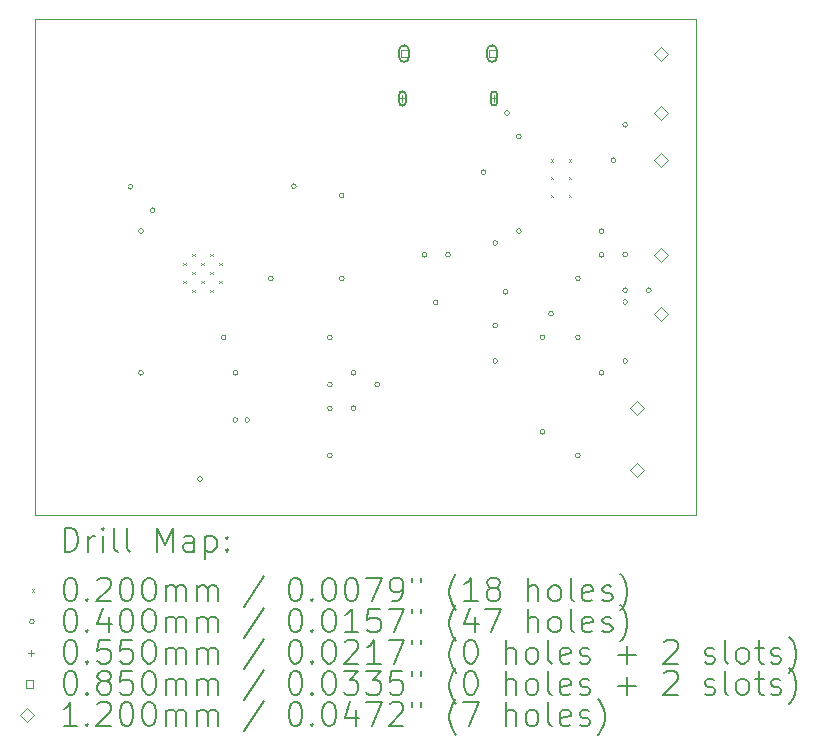
<source format=gbr>
%TF.GenerationSoftware,KiCad,Pcbnew,(6.0.9)*%
%TF.CreationDate,2022-12-05T14:11:39+01:00*%
%TF.ProjectId,PP,50502e6b-6963-4616-945f-706362585858,rev?*%
%TF.SameCoordinates,Original*%
%TF.FileFunction,Drillmap*%
%TF.FilePolarity,Positive*%
%FSLAX45Y45*%
G04 Gerber Fmt 4.5, Leading zero omitted, Abs format (unit mm)*
G04 Created by KiCad (PCBNEW (6.0.9)) date 2022-12-05 14:11:39*
%MOMM*%
%LPD*%
G01*
G04 APERTURE LIST*
%ADD10C,0.050000*%
%ADD11C,0.200000*%
%ADD12C,0.020000*%
%ADD13C,0.040000*%
%ADD14C,0.055000*%
%ADD15C,0.085000*%
%ADD16C,0.120000*%
G04 APERTURE END LIST*
D10*
X9400000Y-4300000D02*
X15000000Y-4300000D01*
X15000000Y-4300000D02*
X15000000Y-8500000D01*
X15000000Y-8500000D02*
X9400000Y-8500000D01*
X9400000Y-8500000D02*
X9400000Y-4300000D01*
D11*
D12*
X10658000Y-6370750D02*
X10678000Y-6390750D01*
X10678000Y-6370750D02*
X10658000Y-6390750D01*
X10658000Y-6523250D02*
X10678000Y-6543250D01*
X10678000Y-6523250D02*
X10658000Y-6543250D01*
X10734250Y-6294500D02*
X10754250Y-6314500D01*
X10754250Y-6294500D02*
X10734250Y-6314500D01*
X10734250Y-6447000D02*
X10754250Y-6467000D01*
X10754250Y-6447000D02*
X10734250Y-6467000D01*
X10734250Y-6599500D02*
X10754250Y-6619500D01*
X10754250Y-6599500D02*
X10734250Y-6619500D01*
X10810500Y-6370750D02*
X10830500Y-6390750D01*
X10830500Y-6370750D02*
X10810500Y-6390750D01*
X10810500Y-6523250D02*
X10830500Y-6543250D01*
X10830500Y-6523250D02*
X10810500Y-6543250D01*
X10886750Y-6294500D02*
X10906750Y-6314500D01*
X10906750Y-6294500D02*
X10886750Y-6314500D01*
X10886750Y-6447000D02*
X10906750Y-6467000D01*
X10906750Y-6447000D02*
X10886750Y-6467000D01*
X10886750Y-6599500D02*
X10906750Y-6619500D01*
X10906750Y-6599500D02*
X10886750Y-6619500D01*
X10963000Y-6370750D02*
X10983000Y-6390750D01*
X10983000Y-6370750D02*
X10963000Y-6390750D01*
X10963000Y-6523250D02*
X10983000Y-6543250D01*
X10983000Y-6523250D02*
X10963000Y-6543250D01*
X13772000Y-5491500D02*
X13792000Y-5511500D01*
X13792000Y-5491500D02*
X13772000Y-5511500D01*
X13772000Y-5641500D02*
X13792000Y-5661500D01*
X13792000Y-5641500D02*
X13772000Y-5661500D01*
X13772000Y-5791500D02*
X13792000Y-5811500D01*
X13792000Y-5791500D02*
X13772000Y-5811500D01*
X13922000Y-5491500D02*
X13942000Y-5511500D01*
X13942000Y-5491500D02*
X13922000Y-5511500D01*
X13922000Y-5641500D02*
X13942000Y-5661500D01*
X13942000Y-5641500D02*
X13922000Y-5661500D01*
X13922000Y-5791500D02*
X13942000Y-5811500D01*
X13942000Y-5791500D02*
X13922000Y-5811500D01*
D13*
X10229619Y-5724810D02*
G75*
G03*
X10229619Y-5724810I-20000J0D01*
G01*
X10320000Y-6100000D02*
G75*
G03*
X10320000Y-6100000I-20000J0D01*
G01*
X10320000Y-7300000D02*
G75*
G03*
X10320000Y-7300000I-20000J0D01*
G01*
X10420000Y-5922450D02*
G75*
G03*
X10420000Y-5922450I-20000J0D01*
G01*
X10820000Y-8200000D02*
G75*
G03*
X10820000Y-8200000I-20000J0D01*
G01*
X11020000Y-7000000D02*
G75*
G03*
X11020000Y-7000000I-20000J0D01*
G01*
X11118770Y-7698770D02*
G75*
G03*
X11118770Y-7698770I-20000J0D01*
G01*
X11120000Y-7300000D02*
G75*
G03*
X11120000Y-7300000I-20000J0D01*
G01*
X11220000Y-7700000D02*
G75*
G03*
X11220000Y-7700000I-20000J0D01*
G01*
X11420000Y-6500000D02*
G75*
G03*
X11420000Y-6500000I-20000J0D01*
G01*
X11614781Y-5719800D02*
G75*
G03*
X11614781Y-5719800I-20000J0D01*
G01*
X11920000Y-7000000D02*
G75*
G03*
X11920000Y-7000000I-20000J0D01*
G01*
X11920000Y-7400000D02*
G75*
G03*
X11920000Y-7400000I-20000J0D01*
G01*
X11920000Y-7600000D02*
G75*
G03*
X11920000Y-7600000I-20000J0D01*
G01*
X11920000Y-8000000D02*
G75*
G03*
X11920000Y-8000000I-20000J0D01*
G01*
X12020000Y-5800000D02*
G75*
G03*
X12020000Y-5800000I-20000J0D01*
G01*
X12020000Y-6500000D02*
G75*
G03*
X12020000Y-6500000I-20000J0D01*
G01*
X12120000Y-7300000D02*
G75*
G03*
X12120000Y-7300000I-20000J0D01*
G01*
X12120000Y-7600000D02*
G75*
G03*
X12120000Y-7600000I-20000J0D01*
G01*
X12320000Y-7400000D02*
G75*
G03*
X12320000Y-7400000I-20000J0D01*
G01*
X12720000Y-6300000D02*
G75*
G03*
X12720000Y-6300000I-20000J0D01*
G01*
X12814879Y-6705121D02*
G75*
G03*
X12814879Y-6705121I-20000J0D01*
G01*
X12920000Y-6300000D02*
G75*
G03*
X12920000Y-6300000I-20000J0D01*
G01*
X13220000Y-5600000D02*
G75*
G03*
X13220000Y-5600000I-20000J0D01*
G01*
X13320000Y-6200000D02*
G75*
G03*
X13320000Y-6200000I-20000J0D01*
G01*
X13320000Y-6900000D02*
G75*
G03*
X13320000Y-6900000I-20000J0D01*
G01*
X13320000Y-7200000D02*
G75*
G03*
X13320000Y-7200000I-20000J0D01*
G01*
X13405840Y-6614160D02*
G75*
G03*
X13405840Y-6614160I-20000J0D01*
G01*
X13420000Y-5100000D02*
G75*
G03*
X13420000Y-5100000I-20000J0D01*
G01*
X13520000Y-5300000D02*
G75*
G03*
X13520000Y-5300000I-20000J0D01*
G01*
X13520000Y-6100000D02*
G75*
G03*
X13520000Y-6100000I-20000J0D01*
G01*
X13720000Y-7000000D02*
G75*
G03*
X13720000Y-7000000I-20000J0D01*
G01*
X13720000Y-7800000D02*
G75*
G03*
X13720000Y-7800000I-20000J0D01*
G01*
X13792550Y-6800000D02*
G75*
G03*
X13792550Y-6800000I-20000J0D01*
G01*
X14020000Y-6500000D02*
G75*
G03*
X14020000Y-6500000I-20000J0D01*
G01*
X14020000Y-7000000D02*
G75*
G03*
X14020000Y-7000000I-20000J0D01*
G01*
X14020000Y-8000000D02*
G75*
G03*
X14020000Y-8000000I-20000J0D01*
G01*
X14220000Y-6100000D02*
G75*
G03*
X14220000Y-6100000I-20000J0D01*
G01*
X14220000Y-6300000D02*
G75*
G03*
X14220000Y-6300000I-20000J0D01*
G01*
X14220000Y-7300000D02*
G75*
G03*
X14220000Y-7300000I-20000J0D01*
G01*
X14320000Y-5500000D02*
G75*
G03*
X14320000Y-5500000I-20000J0D01*
G01*
X14420000Y-5200000D02*
G75*
G03*
X14420000Y-5200000I-20000J0D01*
G01*
X14420000Y-6300000D02*
G75*
G03*
X14420000Y-6300000I-20000J0D01*
G01*
X14420000Y-6600000D02*
G75*
G03*
X14420000Y-6600000I-20000J0D01*
G01*
X14420000Y-6700000D02*
G75*
G03*
X14420000Y-6700000I-20000J0D01*
G01*
X14420000Y-7200000D02*
G75*
G03*
X14420000Y-7200000I-20000J0D01*
G01*
X14620000Y-6600000D02*
G75*
G03*
X14620000Y-6600000I-20000J0D01*
G01*
D14*
X12513500Y-4949500D02*
X12513500Y-5004500D01*
X12486000Y-4977000D02*
X12541000Y-4977000D01*
D11*
X12486000Y-4944500D02*
X12486000Y-5009500D01*
X12541000Y-4944500D02*
X12541000Y-5009500D01*
X12486000Y-5009500D02*
G75*
G03*
X12541000Y-5009500I27500J0D01*
G01*
X12541000Y-4944500D02*
G75*
G03*
X12486000Y-4944500I-27500J0D01*
G01*
D14*
X13288500Y-4949500D02*
X13288500Y-5004500D01*
X13261000Y-4977000D02*
X13316000Y-4977000D01*
D11*
X13261000Y-4944500D02*
X13261000Y-5009500D01*
X13316000Y-4944500D02*
X13316000Y-5009500D01*
X13261000Y-5009500D02*
G75*
G03*
X13316000Y-5009500I27500J0D01*
G01*
X13316000Y-4944500D02*
G75*
G03*
X13261000Y-4944500I-27500J0D01*
G01*
D15*
X12558552Y-4627052D02*
X12558552Y-4566948D01*
X12498448Y-4566948D01*
X12498448Y-4627052D01*
X12558552Y-4627052D01*
D11*
X12486000Y-4569500D02*
X12486000Y-4624500D01*
X12571000Y-4569500D02*
X12571000Y-4624500D01*
X12486000Y-4624500D02*
G75*
G03*
X12571000Y-4624500I42500J0D01*
G01*
X12571000Y-4569500D02*
G75*
G03*
X12486000Y-4569500I-42500J0D01*
G01*
D15*
X13303552Y-4627052D02*
X13303552Y-4566948D01*
X13243448Y-4566948D01*
X13243448Y-4627052D01*
X13303552Y-4627052D01*
D11*
X13231000Y-4569500D02*
X13231000Y-4624500D01*
X13316000Y-4569500D02*
X13316000Y-4624500D01*
X13231000Y-4624500D02*
G75*
G03*
X13316000Y-4624500I42500J0D01*
G01*
X13316000Y-4569500D02*
G75*
G03*
X13231000Y-4569500I-42500J0D01*
G01*
D16*
X14500000Y-7660000D02*
X14560000Y-7600000D01*
X14500000Y-7540000D01*
X14440000Y-7600000D01*
X14500000Y-7660000D01*
X14500000Y-8180000D02*
X14560000Y-8120000D01*
X14500000Y-8060000D01*
X14440000Y-8120000D01*
X14500000Y-8180000D01*
X14700000Y-4660000D02*
X14760000Y-4600000D01*
X14700000Y-4540000D01*
X14640000Y-4600000D01*
X14700000Y-4660000D01*
X14700000Y-5160000D02*
X14760000Y-5100000D01*
X14700000Y-5040000D01*
X14640000Y-5100000D01*
X14700000Y-5160000D01*
X14700000Y-5560000D02*
X14760000Y-5500000D01*
X14700000Y-5440000D01*
X14640000Y-5500000D01*
X14700000Y-5560000D01*
X14700000Y-6360000D02*
X14760000Y-6300000D01*
X14700000Y-6240000D01*
X14640000Y-6300000D01*
X14700000Y-6360000D01*
X14700000Y-6860000D02*
X14760000Y-6800000D01*
X14700000Y-6740000D01*
X14640000Y-6800000D01*
X14700000Y-6860000D01*
D11*
X9655119Y-8812976D02*
X9655119Y-8612976D01*
X9702738Y-8612976D01*
X9731310Y-8622500D01*
X9750357Y-8641548D01*
X9759881Y-8660595D01*
X9769405Y-8698690D01*
X9769405Y-8727262D01*
X9759881Y-8765357D01*
X9750357Y-8784405D01*
X9731310Y-8803452D01*
X9702738Y-8812976D01*
X9655119Y-8812976D01*
X9855119Y-8812976D02*
X9855119Y-8679643D01*
X9855119Y-8717738D02*
X9864643Y-8698690D01*
X9874167Y-8689167D01*
X9893214Y-8679643D01*
X9912262Y-8679643D01*
X9978929Y-8812976D02*
X9978929Y-8679643D01*
X9978929Y-8612976D02*
X9969405Y-8622500D01*
X9978929Y-8632024D01*
X9988452Y-8622500D01*
X9978929Y-8612976D01*
X9978929Y-8632024D01*
X10102738Y-8812976D02*
X10083690Y-8803452D01*
X10074167Y-8784405D01*
X10074167Y-8612976D01*
X10207500Y-8812976D02*
X10188452Y-8803452D01*
X10178929Y-8784405D01*
X10178929Y-8612976D01*
X10436071Y-8812976D02*
X10436071Y-8612976D01*
X10502738Y-8755833D01*
X10569405Y-8612976D01*
X10569405Y-8812976D01*
X10750357Y-8812976D02*
X10750357Y-8708214D01*
X10740833Y-8689167D01*
X10721786Y-8679643D01*
X10683690Y-8679643D01*
X10664643Y-8689167D01*
X10750357Y-8803452D02*
X10731310Y-8812976D01*
X10683690Y-8812976D01*
X10664643Y-8803452D01*
X10655119Y-8784405D01*
X10655119Y-8765357D01*
X10664643Y-8746310D01*
X10683690Y-8736786D01*
X10731310Y-8736786D01*
X10750357Y-8727262D01*
X10845595Y-8679643D02*
X10845595Y-8879643D01*
X10845595Y-8689167D02*
X10864643Y-8679643D01*
X10902738Y-8679643D01*
X10921786Y-8689167D01*
X10931310Y-8698690D01*
X10940833Y-8717738D01*
X10940833Y-8774881D01*
X10931310Y-8793929D01*
X10921786Y-8803452D01*
X10902738Y-8812976D01*
X10864643Y-8812976D01*
X10845595Y-8803452D01*
X11026548Y-8793929D02*
X11036071Y-8803452D01*
X11026548Y-8812976D01*
X11017024Y-8803452D01*
X11026548Y-8793929D01*
X11026548Y-8812976D01*
X11026548Y-8689167D02*
X11036071Y-8698690D01*
X11026548Y-8708214D01*
X11017024Y-8698690D01*
X11026548Y-8689167D01*
X11026548Y-8708214D01*
D12*
X9377500Y-9132500D02*
X9397500Y-9152500D01*
X9397500Y-9132500D02*
X9377500Y-9152500D01*
D11*
X9693214Y-9032976D02*
X9712262Y-9032976D01*
X9731310Y-9042500D01*
X9740833Y-9052024D01*
X9750357Y-9071071D01*
X9759881Y-9109167D01*
X9759881Y-9156786D01*
X9750357Y-9194881D01*
X9740833Y-9213929D01*
X9731310Y-9223452D01*
X9712262Y-9232976D01*
X9693214Y-9232976D01*
X9674167Y-9223452D01*
X9664643Y-9213929D01*
X9655119Y-9194881D01*
X9645595Y-9156786D01*
X9645595Y-9109167D01*
X9655119Y-9071071D01*
X9664643Y-9052024D01*
X9674167Y-9042500D01*
X9693214Y-9032976D01*
X9845595Y-9213929D02*
X9855119Y-9223452D01*
X9845595Y-9232976D01*
X9836071Y-9223452D01*
X9845595Y-9213929D01*
X9845595Y-9232976D01*
X9931310Y-9052024D02*
X9940833Y-9042500D01*
X9959881Y-9032976D01*
X10007500Y-9032976D01*
X10026548Y-9042500D01*
X10036071Y-9052024D01*
X10045595Y-9071071D01*
X10045595Y-9090119D01*
X10036071Y-9118690D01*
X9921786Y-9232976D01*
X10045595Y-9232976D01*
X10169405Y-9032976D02*
X10188452Y-9032976D01*
X10207500Y-9042500D01*
X10217024Y-9052024D01*
X10226548Y-9071071D01*
X10236071Y-9109167D01*
X10236071Y-9156786D01*
X10226548Y-9194881D01*
X10217024Y-9213929D01*
X10207500Y-9223452D01*
X10188452Y-9232976D01*
X10169405Y-9232976D01*
X10150357Y-9223452D01*
X10140833Y-9213929D01*
X10131310Y-9194881D01*
X10121786Y-9156786D01*
X10121786Y-9109167D01*
X10131310Y-9071071D01*
X10140833Y-9052024D01*
X10150357Y-9042500D01*
X10169405Y-9032976D01*
X10359881Y-9032976D02*
X10378929Y-9032976D01*
X10397976Y-9042500D01*
X10407500Y-9052024D01*
X10417024Y-9071071D01*
X10426548Y-9109167D01*
X10426548Y-9156786D01*
X10417024Y-9194881D01*
X10407500Y-9213929D01*
X10397976Y-9223452D01*
X10378929Y-9232976D01*
X10359881Y-9232976D01*
X10340833Y-9223452D01*
X10331310Y-9213929D01*
X10321786Y-9194881D01*
X10312262Y-9156786D01*
X10312262Y-9109167D01*
X10321786Y-9071071D01*
X10331310Y-9052024D01*
X10340833Y-9042500D01*
X10359881Y-9032976D01*
X10512262Y-9232976D02*
X10512262Y-9099643D01*
X10512262Y-9118690D02*
X10521786Y-9109167D01*
X10540833Y-9099643D01*
X10569405Y-9099643D01*
X10588452Y-9109167D01*
X10597976Y-9128214D01*
X10597976Y-9232976D01*
X10597976Y-9128214D02*
X10607500Y-9109167D01*
X10626548Y-9099643D01*
X10655119Y-9099643D01*
X10674167Y-9109167D01*
X10683690Y-9128214D01*
X10683690Y-9232976D01*
X10778929Y-9232976D02*
X10778929Y-9099643D01*
X10778929Y-9118690D02*
X10788452Y-9109167D01*
X10807500Y-9099643D01*
X10836071Y-9099643D01*
X10855119Y-9109167D01*
X10864643Y-9128214D01*
X10864643Y-9232976D01*
X10864643Y-9128214D02*
X10874167Y-9109167D01*
X10893214Y-9099643D01*
X10921786Y-9099643D01*
X10940833Y-9109167D01*
X10950357Y-9128214D01*
X10950357Y-9232976D01*
X11340833Y-9023452D02*
X11169405Y-9280595D01*
X11597976Y-9032976D02*
X11617024Y-9032976D01*
X11636071Y-9042500D01*
X11645595Y-9052024D01*
X11655119Y-9071071D01*
X11664643Y-9109167D01*
X11664643Y-9156786D01*
X11655119Y-9194881D01*
X11645595Y-9213929D01*
X11636071Y-9223452D01*
X11617024Y-9232976D01*
X11597976Y-9232976D01*
X11578928Y-9223452D01*
X11569405Y-9213929D01*
X11559881Y-9194881D01*
X11550357Y-9156786D01*
X11550357Y-9109167D01*
X11559881Y-9071071D01*
X11569405Y-9052024D01*
X11578928Y-9042500D01*
X11597976Y-9032976D01*
X11750357Y-9213929D02*
X11759881Y-9223452D01*
X11750357Y-9232976D01*
X11740833Y-9223452D01*
X11750357Y-9213929D01*
X11750357Y-9232976D01*
X11883690Y-9032976D02*
X11902738Y-9032976D01*
X11921786Y-9042500D01*
X11931309Y-9052024D01*
X11940833Y-9071071D01*
X11950357Y-9109167D01*
X11950357Y-9156786D01*
X11940833Y-9194881D01*
X11931309Y-9213929D01*
X11921786Y-9223452D01*
X11902738Y-9232976D01*
X11883690Y-9232976D01*
X11864643Y-9223452D01*
X11855119Y-9213929D01*
X11845595Y-9194881D01*
X11836071Y-9156786D01*
X11836071Y-9109167D01*
X11845595Y-9071071D01*
X11855119Y-9052024D01*
X11864643Y-9042500D01*
X11883690Y-9032976D01*
X12074167Y-9032976D02*
X12093214Y-9032976D01*
X12112262Y-9042500D01*
X12121786Y-9052024D01*
X12131309Y-9071071D01*
X12140833Y-9109167D01*
X12140833Y-9156786D01*
X12131309Y-9194881D01*
X12121786Y-9213929D01*
X12112262Y-9223452D01*
X12093214Y-9232976D01*
X12074167Y-9232976D01*
X12055119Y-9223452D01*
X12045595Y-9213929D01*
X12036071Y-9194881D01*
X12026548Y-9156786D01*
X12026548Y-9109167D01*
X12036071Y-9071071D01*
X12045595Y-9052024D01*
X12055119Y-9042500D01*
X12074167Y-9032976D01*
X12207500Y-9032976D02*
X12340833Y-9032976D01*
X12255119Y-9232976D01*
X12426548Y-9232976D02*
X12464643Y-9232976D01*
X12483690Y-9223452D01*
X12493214Y-9213929D01*
X12512262Y-9185357D01*
X12521786Y-9147262D01*
X12521786Y-9071071D01*
X12512262Y-9052024D01*
X12502738Y-9042500D01*
X12483690Y-9032976D01*
X12445595Y-9032976D01*
X12426548Y-9042500D01*
X12417024Y-9052024D01*
X12407500Y-9071071D01*
X12407500Y-9118690D01*
X12417024Y-9137738D01*
X12426548Y-9147262D01*
X12445595Y-9156786D01*
X12483690Y-9156786D01*
X12502738Y-9147262D01*
X12512262Y-9137738D01*
X12521786Y-9118690D01*
X12597976Y-9032976D02*
X12597976Y-9071071D01*
X12674167Y-9032976D02*
X12674167Y-9071071D01*
X12969405Y-9309167D02*
X12959881Y-9299643D01*
X12940833Y-9271071D01*
X12931309Y-9252024D01*
X12921786Y-9223452D01*
X12912262Y-9175833D01*
X12912262Y-9137738D01*
X12921786Y-9090119D01*
X12931309Y-9061548D01*
X12940833Y-9042500D01*
X12959881Y-9013929D01*
X12969405Y-9004405D01*
X13150357Y-9232976D02*
X13036071Y-9232976D01*
X13093214Y-9232976D02*
X13093214Y-9032976D01*
X13074167Y-9061548D01*
X13055119Y-9080595D01*
X13036071Y-9090119D01*
X13264643Y-9118690D02*
X13245595Y-9109167D01*
X13236071Y-9099643D01*
X13226548Y-9080595D01*
X13226548Y-9071071D01*
X13236071Y-9052024D01*
X13245595Y-9042500D01*
X13264643Y-9032976D01*
X13302738Y-9032976D01*
X13321786Y-9042500D01*
X13331309Y-9052024D01*
X13340833Y-9071071D01*
X13340833Y-9080595D01*
X13331309Y-9099643D01*
X13321786Y-9109167D01*
X13302738Y-9118690D01*
X13264643Y-9118690D01*
X13245595Y-9128214D01*
X13236071Y-9137738D01*
X13226548Y-9156786D01*
X13226548Y-9194881D01*
X13236071Y-9213929D01*
X13245595Y-9223452D01*
X13264643Y-9232976D01*
X13302738Y-9232976D01*
X13321786Y-9223452D01*
X13331309Y-9213929D01*
X13340833Y-9194881D01*
X13340833Y-9156786D01*
X13331309Y-9137738D01*
X13321786Y-9128214D01*
X13302738Y-9118690D01*
X13578928Y-9232976D02*
X13578928Y-9032976D01*
X13664643Y-9232976D02*
X13664643Y-9128214D01*
X13655119Y-9109167D01*
X13636071Y-9099643D01*
X13607500Y-9099643D01*
X13588452Y-9109167D01*
X13578928Y-9118690D01*
X13788452Y-9232976D02*
X13769405Y-9223452D01*
X13759881Y-9213929D01*
X13750357Y-9194881D01*
X13750357Y-9137738D01*
X13759881Y-9118690D01*
X13769405Y-9109167D01*
X13788452Y-9099643D01*
X13817024Y-9099643D01*
X13836071Y-9109167D01*
X13845595Y-9118690D01*
X13855119Y-9137738D01*
X13855119Y-9194881D01*
X13845595Y-9213929D01*
X13836071Y-9223452D01*
X13817024Y-9232976D01*
X13788452Y-9232976D01*
X13969405Y-9232976D02*
X13950357Y-9223452D01*
X13940833Y-9204405D01*
X13940833Y-9032976D01*
X14121786Y-9223452D02*
X14102738Y-9232976D01*
X14064643Y-9232976D01*
X14045595Y-9223452D01*
X14036071Y-9204405D01*
X14036071Y-9128214D01*
X14045595Y-9109167D01*
X14064643Y-9099643D01*
X14102738Y-9099643D01*
X14121786Y-9109167D01*
X14131309Y-9128214D01*
X14131309Y-9147262D01*
X14036071Y-9166310D01*
X14207500Y-9223452D02*
X14226548Y-9232976D01*
X14264643Y-9232976D01*
X14283690Y-9223452D01*
X14293214Y-9204405D01*
X14293214Y-9194881D01*
X14283690Y-9175833D01*
X14264643Y-9166310D01*
X14236071Y-9166310D01*
X14217024Y-9156786D01*
X14207500Y-9137738D01*
X14207500Y-9128214D01*
X14217024Y-9109167D01*
X14236071Y-9099643D01*
X14264643Y-9099643D01*
X14283690Y-9109167D01*
X14359881Y-9309167D02*
X14369405Y-9299643D01*
X14388452Y-9271071D01*
X14397976Y-9252024D01*
X14407500Y-9223452D01*
X14417024Y-9175833D01*
X14417024Y-9137738D01*
X14407500Y-9090119D01*
X14397976Y-9061548D01*
X14388452Y-9042500D01*
X14369405Y-9013929D01*
X14359881Y-9004405D01*
D13*
X9397500Y-9406500D02*
G75*
G03*
X9397500Y-9406500I-20000J0D01*
G01*
D11*
X9693214Y-9296976D02*
X9712262Y-9296976D01*
X9731310Y-9306500D01*
X9740833Y-9316024D01*
X9750357Y-9335071D01*
X9759881Y-9373167D01*
X9759881Y-9420786D01*
X9750357Y-9458881D01*
X9740833Y-9477929D01*
X9731310Y-9487452D01*
X9712262Y-9496976D01*
X9693214Y-9496976D01*
X9674167Y-9487452D01*
X9664643Y-9477929D01*
X9655119Y-9458881D01*
X9645595Y-9420786D01*
X9645595Y-9373167D01*
X9655119Y-9335071D01*
X9664643Y-9316024D01*
X9674167Y-9306500D01*
X9693214Y-9296976D01*
X9845595Y-9477929D02*
X9855119Y-9487452D01*
X9845595Y-9496976D01*
X9836071Y-9487452D01*
X9845595Y-9477929D01*
X9845595Y-9496976D01*
X10026548Y-9363643D02*
X10026548Y-9496976D01*
X9978929Y-9287452D02*
X9931310Y-9430310D01*
X10055119Y-9430310D01*
X10169405Y-9296976D02*
X10188452Y-9296976D01*
X10207500Y-9306500D01*
X10217024Y-9316024D01*
X10226548Y-9335071D01*
X10236071Y-9373167D01*
X10236071Y-9420786D01*
X10226548Y-9458881D01*
X10217024Y-9477929D01*
X10207500Y-9487452D01*
X10188452Y-9496976D01*
X10169405Y-9496976D01*
X10150357Y-9487452D01*
X10140833Y-9477929D01*
X10131310Y-9458881D01*
X10121786Y-9420786D01*
X10121786Y-9373167D01*
X10131310Y-9335071D01*
X10140833Y-9316024D01*
X10150357Y-9306500D01*
X10169405Y-9296976D01*
X10359881Y-9296976D02*
X10378929Y-9296976D01*
X10397976Y-9306500D01*
X10407500Y-9316024D01*
X10417024Y-9335071D01*
X10426548Y-9373167D01*
X10426548Y-9420786D01*
X10417024Y-9458881D01*
X10407500Y-9477929D01*
X10397976Y-9487452D01*
X10378929Y-9496976D01*
X10359881Y-9496976D01*
X10340833Y-9487452D01*
X10331310Y-9477929D01*
X10321786Y-9458881D01*
X10312262Y-9420786D01*
X10312262Y-9373167D01*
X10321786Y-9335071D01*
X10331310Y-9316024D01*
X10340833Y-9306500D01*
X10359881Y-9296976D01*
X10512262Y-9496976D02*
X10512262Y-9363643D01*
X10512262Y-9382690D02*
X10521786Y-9373167D01*
X10540833Y-9363643D01*
X10569405Y-9363643D01*
X10588452Y-9373167D01*
X10597976Y-9392214D01*
X10597976Y-9496976D01*
X10597976Y-9392214D02*
X10607500Y-9373167D01*
X10626548Y-9363643D01*
X10655119Y-9363643D01*
X10674167Y-9373167D01*
X10683690Y-9392214D01*
X10683690Y-9496976D01*
X10778929Y-9496976D02*
X10778929Y-9363643D01*
X10778929Y-9382690D02*
X10788452Y-9373167D01*
X10807500Y-9363643D01*
X10836071Y-9363643D01*
X10855119Y-9373167D01*
X10864643Y-9392214D01*
X10864643Y-9496976D01*
X10864643Y-9392214D02*
X10874167Y-9373167D01*
X10893214Y-9363643D01*
X10921786Y-9363643D01*
X10940833Y-9373167D01*
X10950357Y-9392214D01*
X10950357Y-9496976D01*
X11340833Y-9287452D02*
X11169405Y-9544595D01*
X11597976Y-9296976D02*
X11617024Y-9296976D01*
X11636071Y-9306500D01*
X11645595Y-9316024D01*
X11655119Y-9335071D01*
X11664643Y-9373167D01*
X11664643Y-9420786D01*
X11655119Y-9458881D01*
X11645595Y-9477929D01*
X11636071Y-9487452D01*
X11617024Y-9496976D01*
X11597976Y-9496976D01*
X11578928Y-9487452D01*
X11569405Y-9477929D01*
X11559881Y-9458881D01*
X11550357Y-9420786D01*
X11550357Y-9373167D01*
X11559881Y-9335071D01*
X11569405Y-9316024D01*
X11578928Y-9306500D01*
X11597976Y-9296976D01*
X11750357Y-9477929D02*
X11759881Y-9487452D01*
X11750357Y-9496976D01*
X11740833Y-9487452D01*
X11750357Y-9477929D01*
X11750357Y-9496976D01*
X11883690Y-9296976D02*
X11902738Y-9296976D01*
X11921786Y-9306500D01*
X11931309Y-9316024D01*
X11940833Y-9335071D01*
X11950357Y-9373167D01*
X11950357Y-9420786D01*
X11940833Y-9458881D01*
X11931309Y-9477929D01*
X11921786Y-9487452D01*
X11902738Y-9496976D01*
X11883690Y-9496976D01*
X11864643Y-9487452D01*
X11855119Y-9477929D01*
X11845595Y-9458881D01*
X11836071Y-9420786D01*
X11836071Y-9373167D01*
X11845595Y-9335071D01*
X11855119Y-9316024D01*
X11864643Y-9306500D01*
X11883690Y-9296976D01*
X12140833Y-9496976D02*
X12026548Y-9496976D01*
X12083690Y-9496976D02*
X12083690Y-9296976D01*
X12064643Y-9325548D01*
X12045595Y-9344595D01*
X12026548Y-9354119D01*
X12321786Y-9296976D02*
X12226548Y-9296976D01*
X12217024Y-9392214D01*
X12226548Y-9382690D01*
X12245595Y-9373167D01*
X12293214Y-9373167D01*
X12312262Y-9382690D01*
X12321786Y-9392214D01*
X12331309Y-9411262D01*
X12331309Y-9458881D01*
X12321786Y-9477929D01*
X12312262Y-9487452D01*
X12293214Y-9496976D01*
X12245595Y-9496976D01*
X12226548Y-9487452D01*
X12217024Y-9477929D01*
X12397976Y-9296976D02*
X12531309Y-9296976D01*
X12445595Y-9496976D01*
X12597976Y-9296976D02*
X12597976Y-9335071D01*
X12674167Y-9296976D02*
X12674167Y-9335071D01*
X12969405Y-9573167D02*
X12959881Y-9563643D01*
X12940833Y-9535071D01*
X12931309Y-9516024D01*
X12921786Y-9487452D01*
X12912262Y-9439833D01*
X12912262Y-9401738D01*
X12921786Y-9354119D01*
X12931309Y-9325548D01*
X12940833Y-9306500D01*
X12959881Y-9277929D01*
X12969405Y-9268405D01*
X13131309Y-9363643D02*
X13131309Y-9496976D01*
X13083690Y-9287452D02*
X13036071Y-9430310D01*
X13159881Y-9430310D01*
X13217024Y-9296976D02*
X13350357Y-9296976D01*
X13264643Y-9496976D01*
X13578928Y-9496976D02*
X13578928Y-9296976D01*
X13664643Y-9496976D02*
X13664643Y-9392214D01*
X13655119Y-9373167D01*
X13636071Y-9363643D01*
X13607500Y-9363643D01*
X13588452Y-9373167D01*
X13578928Y-9382690D01*
X13788452Y-9496976D02*
X13769405Y-9487452D01*
X13759881Y-9477929D01*
X13750357Y-9458881D01*
X13750357Y-9401738D01*
X13759881Y-9382690D01*
X13769405Y-9373167D01*
X13788452Y-9363643D01*
X13817024Y-9363643D01*
X13836071Y-9373167D01*
X13845595Y-9382690D01*
X13855119Y-9401738D01*
X13855119Y-9458881D01*
X13845595Y-9477929D01*
X13836071Y-9487452D01*
X13817024Y-9496976D01*
X13788452Y-9496976D01*
X13969405Y-9496976D02*
X13950357Y-9487452D01*
X13940833Y-9468405D01*
X13940833Y-9296976D01*
X14121786Y-9487452D02*
X14102738Y-9496976D01*
X14064643Y-9496976D01*
X14045595Y-9487452D01*
X14036071Y-9468405D01*
X14036071Y-9392214D01*
X14045595Y-9373167D01*
X14064643Y-9363643D01*
X14102738Y-9363643D01*
X14121786Y-9373167D01*
X14131309Y-9392214D01*
X14131309Y-9411262D01*
X14036071Y-9430310D01*
X14207500Y-9487452D02*
X14226548Y-9496976D01*
X14264643Y-9496976D01*
X14283690Y-9487452D01*
X14293214Y-9468405D01*
X14293214Y-9458881D01*
X14283690Y-9439833D01*
X14264643Y-9430310D01*
X14236071Y-9430310D01*
X14217024Y-9420786D01*
X14207500Y-9401738D01*
X14207500Y-9392214D01*
X14217024Y-9373167D01*
X14236071Y-9363643D01*
X14264643Y-9363643D01*
X14283690Y-9373167D01*
X14359881Y-9573167D02*
X14369405Y-9563643D01*
X14388452Y-9535071D01*
X14397976Y-9516024D01*
X14407500Y-9487452D01*
X14417024Y-9439833D01*
X14417024Y-9401738D01*
X14407500Y-9354119D01*
X14397976Y-9325548D01*
X14388452Y-9306500D01*
X14369405Y-9277929D01*
X14359881Y-9268405D01*
D14*
X9370000Y-9643000D02*
X9370000Y-9698000D01*
X9342500Y-9670500D02*
X9397500Y-9670500D01*
D11*
X9693214Y-9560976D02*
X9712262Y-9560976D01*
X9731310Y-9570500D01*
X9740833Y-9580024D01*
X9750357Y-9599071D01*
X9759881Y-9637167D01*
X9759881Y-9684786D01*
X9750357Y-9722881D01*
X9740833Y-9741929D01*
X9731310Y-9751452D01*
X9712262Y-9760976D01*
X9693214Y-9760976D01*
X9674167Y-9751452D01*
X9664643Y-9741929D01*
X9655119Y-9722881D01*
X9645595Y-9684786D01*
X9645595Y-9637167D01*
X9655119Y-9599071D01*
X9664643Y-9580024D01*
X9674167Y-9570500D01*
X9693214Y-9560976D01*
X9845595Y-9741929D02*
X9855119Y-9751452D01*
X9845595Y-9760976D01*
X9836071Y-9751452D01*
X9845595Y-9741929D01*
X9845595Y-9760976D01*
X10036071Y-9560976D02*
X9940833Y-9560976D01*
X9931310Y-9656214D01*
X9940833Y-9646690D01*
X9959881Y-9637167D01*
X10007500Y-9637167D01*
X10026548Y-9646690D01*
X10036071Y-9656214D01*
X10045595Y-9675262D01*
X10045595Y-9722881D01*
X10036071Y-9741929D01*
X10026548Y-9751452D01*
X10007500Y-9760976D01*
X9959881Y-9760976D01*
X9940833Y-9751452D01*
X9931310Y-9741929D01*
X10226548Y-9560976D02*
X10131310Y-9560976D01*
X10121786Y-9656214D01*
X10131310Y-9646690D01*
X10150357Y-9637167D01*
X10197976Y-9637167D01*
X10217024Y-9646690D01*
X10226548Y-9656214D01*
X10236071Y-9675262D01*
X10236071Y-9722881D01*
X10226548Y-9741929D01*
X10217024Y-9751452D01*
X10197976Y-9760976D01*
X10150357Y-9760976D01*
X10131310Y-9751452D01*
X10121786Y-9741929D01*
X10359881Y-9560976D02*
X10378929Y-9560976D01*
X10397976Y-9570500D01*
X10407500Y-9580024D01*
X10417024Y-9599071D01*
X10426548Y-9637167D01*
X10426548Y-9684786D01*
X10417024Y-9722881D01*
X10407500Y-9741929D01*
X10397976Y-9751452D01*
X10378929Y-9760976D01*
X10359881Y-9760976D01*
X10340833Y-9751452D01*
X10331310Y-9741929D01*
X10321786Y-9722881D01*
X10312262Y-9684786D01*
X10312262Y-9637167D01*
X10321786Y-9599071D01*
X10331310Y-9580024D01*
X10340833Y-9570500D01*
X10359881Y-9560976D01*
X10512262Y-9760976D02*
X10512262Y-9627643D01*
X10512262Y-9646690D02*
X10521786Y-9637167D01*
X10540833Y-9627643D01*
X10569405Y-9627643D01*
X10588452Y-9637167D01*
X10597976Y-9656214D01*
X10597976Y-9760976D01*
X10597976Y-9656214D02*
X10607500Y-9637167D01*
X10626548Y-9627643D01*
X10655119Y-9627643D01*
X10674167Y-9637167D01*
X10683690Y-9656214D01*
X10683690Y-9760976D01*
X10778929Y-9760976D02*
X10778929Y-9627643D01*
X10778929Y-9646690D02*
X10788452Y-9637167D01*
X10807500Y-9627643D01*
X10836071Y-9627643D01*
X10855119Y-9637167D01*
X10864643Y-9656214D01*
X10864643Y-9760976D01*
X10864643Y-9656214D02*
X10874167Y-9637167D01*
X10893214Y-9627643D01*
X10921786Y-9627643D01*
X10940833Y-9637167D01*
X10950357Y-9656214D01*
X10950357Y-9760976D01*
X11340833Y-9551452D02*
X11169405Y-9808595D01*
X11597976Y-9560976D02*
X11617024Y-9560976D01*
X11636071Y-9570500D01*
X11645595Y-9580024D01*
X11655119Y-9599071D01*
X11664643Y-9637167D01*
X11664643Y-9684786D01*
X11655119Y-9722881D01*
X11645595Y-9741929D01*
X11636071Y-9751452D01*
X11617024Y-9760976D01*
X11597976Y-9760976D01*
X11578928Y-9751452D01*
X11569405Y-9741929D01*
X11559881Y-9722881D01*
X11550357Y-9684786D01*
X11550357Y-9637167D01*
X11559881Y-9599071D01*
X11569405Y-9580024D01*
X11578928Y-9570500D01*
X11597976Y-9560976D01*
X11750357Y-9741929D02*
X11759881Y-9751452D01*
X11750357Y-9760976D01*
X11740833Y-9751452D01*
X11750357Y-9741929D01*
X11750357Y-9760976D01*
X11883690Y-9560976D02*
X11902738Y-9560976D01*
X11921786Y-9570500D01*
X11931309Y-9580024D01*
X11940833Y-9599071D01*
X11950357Y-9637167D01*
X11950357Y-9684786D01*
X11940833Y-9722881D01*
X11931309Y-9741929D01*
X11921786Y-9751452D01*
X11902738Y-9760976D01*
X11883690Y-9760976D01*
X11864643Y-9751452D01*
X11855119Y-9741929D01*
X11845595Y-9722881D01*
X11836071Y-9684786D01*
X11836071Y-9637167D01*
X11845595Y-9599071D01*
X11855119Y-9580024D01*
X11864643Y-9570500D01*
X11883690Y-9560976D01*
X12026548Y-9580024D02*
X12036071Y-9570500D01*
X12055119Y-9560976D01*
X12102738Y-9560976D01*
X12121786Y-9570500D01*
X12131309Y-9580024D01*
X12140833Y-9599071D01*
X12140833Y-9618119D01*
X12131309Y-9646690D01*
X12017024Y-9760976D01*
X12140833Y-9760976D01*
X12331309Y-9760976D02*
X12217024Y-9760976D01*
X12274167Y-9760976D02*
X12274167Y-9560976D01*
X12255119Y-9589548D01*
X12236071Y-9608595D01*
X12217024Y-9618119D01*
X12397976Y-9560976D02*
X12531309Y-9560976D01*
X12445595Y-9760976D01*
X12597976Y-9560976D02*
X12597976Y-9599071D01*
X12674167Y-9560976D02*
X12674167Y-9599071D01*
X12969405Y-9837167D02*
X12959881Y-9827643D01*
X12940833Y-9799071D01*
X12931309Y-9780024D01*
X12921786Y-9751452D01*
X12912262Y-9703833D01*
X12912262Y-9665738D01*
X12921786Y-9618119D01*
X12931309Y-9589548D01*
X12940833Y-9570500D01*
X12959881Y-9541929D01*
X12969405Y-9532405D01*
X13083690Y-9560976D02*
X13102738Y-9560976D01*
X13121786Y-9570500D01*
X13131309Y-9580024D01*
X13140833Y-9599071D01*
X13150357Y-9637167D01*
X13150357Y-9684786D01*
X13140833Y-9722881D01*
X13131309Y-9741929D01*
X13121786Y-9751452D01*
X13102738Y-9760976D01*
X13083690Y-9760976D01*
X13064643Y-9751452D01*
X13055119Y-9741929D01*
X13045595Y-9722881D01*
X13036071Y-9684786D01*
X13036071Y-9637167D01*
X13045595Y-9599071D01*
X13055119Y-9580024D01*
X13064643Y-9570500D01*
X13083690Y-9560976D01*
X13388452Y-9760976D02*
X13388452Y-9560976D01*
X13474167Y-9760976D02*
X13474167Y-9656214D01*
X13464643Y-9637167D01*
X13445595Y-9627643D01*
X13417024Y-9627643D01*
X13397976Y-9637167D01*
X13388452Y-9646690D01*
X13597976Y-9760976D02*
X13578928Y-9751452D01*
X13569405Y-9741929D01*
X13559881Y-9722881D01*
X13559881Y-9665738D01*
X13569405Y-9646690D01*
X13578928Y-9637167D01*
X13597976Y-9627643D01*
X13626548Y-9627643D01*
X13645595Y-9637167D01*
X13655119Y-9646690D01*
X13664643Y-9665738D01*
X13664643Y-9722881D01*
X13655119Y-9741929D01*
X13645595Y-9751452D01*
X13626548Y-9760976D01*
X13597976Y-9760976D01*
X13778928Y-9760976D02*
X13759881Y-9751452D01*
X13750357Y-9732405D01*
X13750357Y-9560976D01*
X13931309Y-9751452D02*
X13912262Y-9760976D01*
X13874167Y-9760976D01*
X13855119Y-9751452D01*
X13845595Y-9732405D01*
X13845595Y-9656214D01*
X13855119Y-9637167D01*
X13874167Y-9627643D01*
X13912262Y-9627643D01*
X13931309Y-9637167D01*
X13940833Y-9656214D01*
X13940833Y-9675262D01*
X13845595Y-9694310D01*
X14017024Y-9751452D02*
X14036071Y-9760976D01*
X14074167Y-9760976D01*
X14093214Y-9751452D01*
X14102738Y-9732405D01*
X14102738Y-9722881D01*
X14093214Y-9703833D01*
X14074167Y-9694310D01*
X14045595Y-9694310D01*
X14026548Y-9684786D01*
X14017024Y-9665738D01*
X14017024Y-9656214D01*
X14026548Y-9637167D01*
X14045595Y-9627643D01*
X14074167Y-9627643D01*
X14093214Y-9637167D01*
X14340833Y-9684786D02*
X14493214Y-9684786D01*
X14417024Y-9760976D02*
X14417024Y-9608595D01*
X14731309Y-9580024D02*
X14740833Y-9570500D01*
X14759881Y-9560976D01*
X14807500Y-9560976D01*
X14826548Y-9570500D01*
X14836071Y-9580024D01*
X14845595Y-9599071D01*
X14845595Y-9618119D01*
X14836071Y-9646690D01*
X14721786Y-9760976D01*
X14845595Y-9760976D01*
X15074167Y-9751452D02*
X15093214Y-9760976D01*
X15131309Y-9760976D01*
X15150357Y-9751452D01*
X15159881Y-9732405D01*
X15159881Y-9722881D01*
X15150357Y-9703833D01*
X15131309Y-9694310D01*
X15102738Y-9694310D01*
X15083690Y-9684786D01*
X15074167Y-9665738D01*
X15074167Y-9656214D01*
X15083690Y-9637167D01*
X15102738Y-9627643D01*
X15131309Y-9627643D01*
X15150357Y-9637167D01*
X15274167Y-9760976D02*
X15255119Y-9751452D01*
X15245595Y-9732405D01*
X15245595Y-9560976D01*
X15378928Y-9760976D02*
X15359881Y-9751452D01*
X15350357Y-9741929D01*
X15340833Y-9722881D01*
X15340833Y-9665738D01*
X15350357Y-9646690D01*
X15359881Y-9637167D01*
X15378928Y-9627643D01*
X15407500Y-9627643D01*
X15426548Y-9637167D01*
X15436071Y-9646690D01*
X15445595Y-9665738D01*
X15445595Y-9722881D01*
X15436071Y-9741929D01*
X15426548Y-9751452D01*
X15407500Y-9760976D01*
X15378928Y-9760976D01*
X15502738Y-9627643D02*
X15578928Y-9627643D01*
X15531309Y-9560976D02*
X15531309Y-9732405D01*
X15540833Y-9751452D01*
X15559881Y-9760976D01*
X15578928Y-9760976D01*
X15636071Y-9751452D02*
X15655119Y-9760976D01*
X15693214Y-9760976D01*
X15712262Y-9751452D01*
X15721786Y-9732405D01*
X15721786Y-9722881D01*
X15712262Y-9703833D01*
X15693214Y-9694310D01*
X15664643Y-9694310D01*
X15645595Y-9684786D01*
X15636071Y-9665738D01*
X15636071Y-9656214D01*
X15645595Y-9637167D01*
X15664643Y-9627643D01*
X15693214Y-9627643D01*
X15712262Y-9637167D01*
X15788452Y-9837167D02*
X15797976Y-9827643D01*
X15817024Y-9799071D01*
X15826548Y-9780024D01*
X15836071Y-9751452D01*
X15845595Y-9703833D01*
X15845595Y-9665738D01*
X15836071Y-9618119D01*
X15826548Y-9589548D01*
X15817024Y-9570500D01*
X15797976Y-9541929D01*
X15788452Y-9532405D01*
D15*
X9385052Y-9964552D02*
X9385052Y-9904448D01*
X9324948Y-9904448D01*
X9324948Y-9964552D01*
X9385052Y-9964552D01*
D11*
X9693214Y-9824976D02*
X9712262Y-9824976D01*
X9731310Y-9834500D01*
X9740833Y-9844024D01*
X9750357Y-9863071D01*
X9759881Y-9901167D01*
X9759881Y-9948786D01*
X9750357Y-9986881D01*
X9740833Y-10005929D01*
X9731310Y-10015452D01*
X9712262Y-10024976D01*
X9693214Y-10024976D01*
X9674167Y-10015452D01*
X9664643Y-10005929D01*
X9655119Y-9986881D01*
X9645595Y-9948786D01*
X9645595Y-9901167D01*
X9655119Y-9863071D01*
X9664643Y-9844024D01*
X9674167Y-9834500D01*
X9693214Y-9824976D01*
X9845595Y-10005929D02*
X9855119Y-10015452D01*
X9845595Y-10024976D01*
X9836071Y-10015452D01*
X9845595Y-10005929D01*
X9845595Y-10024976D01*
X9969405Y-9910690D02*
X9950357Y-9901167D01*
X9940833Y-9891643D01*
X9931310Y-9872595D01*
X9931310Y-9863071D01*
X9940833Y-9844024D01*
X9950357Y-9834500D01*
X9969405Y-9824976D01*
X10007500Y-9824976D01*
X10026548Y-9834500D01*
X10036071Y-9844024D01*
X10045595Y-9863071D01*
X10045595Y-9872595D01*
X10036071Y-9891643D01*
X10026548Y-9901167D01*
X10007500Y-9910690D01*
X9969405Y-9910690D01*
X9950357Y-9920214D01*
X9940833Y-9929738D01*
X9931310Y-9948786D01*
X9931310Y-9986881D01*
X9940833Y-10005929D01*
X9950357Y-10015452D01*
X9969405Y-10024976D01*
X10007500Y-10024976D01*
X10026548Y-10015452D01*
X10036071Y-10005929D01*
X10045595Y-9986881D01*
X10045595Y-9948786D01*
X10036071Y-9929738D01*
X10026548Y-9920214D01*
X10007500Y-9910690D01*
X10226548Y-9824976D02*
X10131310Y-9824976D01*
X10121786Y-9920214D01*
X10131310Y-9910690D01*
X10150357Y-9901167D01*
X10197976Y-9901167D01*
X10217024Y-9910690D01*
X10226548Y-9920214D01*
X10236071Y-9939262D01*
X10236071Y-9986881D01*
X10226548Y-10005929D01*
X10217024Y-10015452D01*
X10197976Y-10024976D01*
X10150357Y-10024976D01*
X10131310Y-10015452D01*
X10121786Y-10005929D01*
X10359881Y-9824976D02*
X10378929Y-9824976D01*
X10397976Y-9834500D01*
X10407500Y-9844024D01*
X10417024Y-9863071D01*
X10426548Y-9901167D01*
X10426548Y-9948786D01*
X10417024Y-9986881D01*
X10407500Y-10005929D01*
X10397976Y-10015452D01*
X10378929Y-10024976D01*
X10359881Y-10024976D01*
X10340833Y-10015452D01*
X10331310Y-10005929D01*
X10321786Y-9986881D01*
X10312262Y-9948786D01*
X10312262Y-9901167D01*
X10321786Y-9863071D01*
X10331310Y-9844024D01*
X10340833Y-9834500D01*
X10359881Y-9824976D01*
X10512262Y-10024976D02*
X10512262Y-9891643D01*
X10512262Y-9910690D02*
X10521786Y-9901167D01*
X10540833Y-9891643D01*
X10569405Y-9891643D01*
X10588452Y-9901167D01*
X10597976Y-9920214D01*
X10597976Y-10024976D01*
X10597976Y-9920214D02*
X10607500Y-9901167D01*
X10626548Y-9891643D01*
X10655119Y-9891643D01*
X10674167Y-9901167D01*
X10683690Y-9920214D01*
X10683690Y-10024976D01*
X10778929Y-10024976D02*
X10778929Y-9891643D01*
X10778929Y-9910690D02*
X10788452Y-9901167D01*
X10807500Y-9891643D01*
X10836071Y-9891643D01*
X10855119Y-9901167D01*
X10864643Y-9920214D01*
X10864643Y-10024976D01*
X10864643Y-9920214D02*
X10874167Y-9901167D01*
X10893214Y-9891643D01*
X10921786Y-9891643D01*
X10940833Y-9901167D01*
X10950357Y-9920214D01*
X10950357Y-10024976D01*
X11340833Y-9815452D02*
X11169405Y-10072595D01*
X11597976Y-9824976D02*
X11617024Y-9824976D01*
X11636071Y-9834500D01*
X11645595Y-9844024D01*
X11655119Y-9863071D01*
X11664643Y-9901167D01*
X11664643Y-9948786D01*
X11655119Y-9986881D01*
X11645595Y-10005929D01*
X11636071Y-10015452D01*
X11617024Y-10024976D01*
X11597976Y-10024976D01*
X11578928Y-10015452D01*
X11569405Y-10005929D01*
X11559881Y-9986881D01*
X11550357Y-9948786D01*
X11550357Y-9901167D01*
X11559881Y-9863071D01*
X11569405Y-9844024D01*
X11578928Y-9834500D01*
X11597976Y-9824976D01*
X11750357Y-10005929D02*
X11759881Y-10015452D01*
X11750357Y-10024976D01*
X11740833Y-10015452D01*
X11750357Y-10005929D01*
X11750357Y-10024976D01*
X11883690Y-9824976D02*
X11902738Y-9824976D01*
X11921786Y-9834500D01*
X11931309Y-9844024D01*
X11940833Y-9863071D01*
X11950357Y-9901167D01*
X11950357Y-9948786D01*
X11940833Y-9986881D01*
X11931309Y-10005929D01*
X11921786Y-10015452D01*
X11902738Y-10024976D01*
X11883690Y-10024976D01*
X11864643Y-10015452D01*
X11855119Y-10005929D01*
X11845595Y-9986881D01*
X11836071Y-9948786D01*
X11836071Y-9901167D01*
X11845595Y-9863071D01*
X11855119Y-9844024D01*
X11864643Y-9834500D01*
X11883690Y-9824976D01*
X12017024Y-9824976D02*
X12140833Y-9824976D01*
X12074167Y-9901167D01*
X12102738Y-9901167D01*
X12121786Y-9910690D01*
X12131309Y-9920214D01*
X12140833Y-9939262D01*
X12140833Y-9986881D01*
X12131309Y-10005929D01*
X12121786Y-10015452D01*
X12102738Y-10024976D01*
X12045595Y-10024976D01*
X12026548Y-10015452D01*
X12017024Y-10005929D01*
X12207500Y-9824976D02*
X12331309Y-9824976D01*
X12264643Y-9901167D01*
X12293214Y-9901167D01*
X12312262Y-9910690D01*
X12321786Y-9920214D01*
X12331309Y-9939262D01*
X12331309Y-9986881D01*
X12321786Y-10005929D01*
X12312262Y-10015452D01*
X12293214Y-10024976D01*
X12236071Y-10024976D01*
X12217024Y-10015452D01*
X12207500Y-10005929D01*
X12512262Y-9824976D02*
X12417024Y-9824976D01*
X12407500Y-9920214D01*
X12417024Y-9910690D01*
X12436071Y-9901167D01*
X12483690Y-9901167D01*
X12502738Y-9910690D01*
X12512262Y-9920214D01*
X12521786Y-9939262D01*
X12521786Y-9986881D01*
X12512262Y-10005929D01*
X12502738Y-10015452D01*
X12483690Y-10024976D01*
X12436071Y-10024976D01*
X12417024Y-10015452D01*
X12407500Y-10005929D01*
X12597976Y-9824976D02*
X12597976Y-9863071D01*
X12674167Y-9824976D02*
X12674167Y-9863071D01*
X12969405Y-10101167D02*
X12959881Y-10091643D01*
X12940833Y-10063071D01*
X12931309Y-10044024D01*
X12921786Y-10015452D01*
X12912262Y-9967833D01*
X12912262Y-9929738D01*
X12921786Y-9882119D01*
X12931309Y-9853548D01*
X12940833Y-9834500D01*
X12959881Y-9805929D01*
X12969405Y-9796405D01*
X13083690Y-9824976D02*
X13102738Y-9824976D01*
X13121786Y-9834500D01*
X13131309Y-9844024D01*
X13140833Y-9863071D01*
X13150357Y-9901167D01*
X13150357Y-9948786D01*
X13140833Y-9986881D01*
X13131309Y-10005929D01*
X13121786Y-10015452D01*
X13102738Y-10024976D01*
X13083690Y-10024976D01*
X13064643Y-10015452D01*
X13055119Y-10005929D01*
X13045595Y-9986881D01*
X13036071Y-9948786D01*
X13036071Y-9901167D01*
X13045595Y-9863071D01*
X13055119Y-9844024D01*
X13064643Y-9834500D01*
X13083690Y-9824976D01*
X13388452Y-10024976D02*
X13388452Y-9824976D01*
X13474167Y-10024976D02*
X13474167Y-9920214D01*
X13464643Y-9901167D01*
X13445595Y-9891643D01*
X13417024Y-9891643D01*
X13397976Y-9901167D01*
X13388452Y-9910690D01*
X13597976Y-10024976D02*
X13578928Y-10015452D01*
X13569405Y-10005929D01*
X13559881Y-9986881D01*
X13559881Y-9929738D01*
X13569405Y-9910690D01*
X13578928Y-9901167D01*
X13597976Y-9891643D01*
X13626548Y-9891643D01*
X13645595Y-9901167D01*
X13655119Y-9910690D01*
X13664643Y-9929738D01*
X13664643Y-9986881D01*
X13655119Y-10005929D01*
X13645595Y-10015452D01*
X13626548Y-10024976D01*
X13597976Y-10024976D01*
X13778928Y-10024976D02*
X13759881Y-10015452D01*
X13750357Y-9996405D01*
X13750357Y-9824976D01*
X13931309Y-10015452D02*
X13912262Y-10024976D01*
X13874167Y-10024976D01*
X13855119Y-10015452D01*
X13845595Y-9996405D01*
X13845595Y-9920214D01*
X13855119Y-9901167D01*
X13874167Y-9891643D01*
X13912262Y-9891643D01*
X13931309Y-9901167D01*
X13940833Y-9920214D01*
X13940833Y-9939262D01*
X13845595Y-9958310D01*
X14017024Y-10015452D02*
X14036071Y-10024976D01*
X14074167Y-10024976D01*
X14093214Y-10015452D01*
X14102738Y-9996405D01*
X14102738Y-9986881D01*
X14093214Y-9967833D01*
X14074167Y-9958310D01*
X14045595Y-9958310D01*
X14026548Y-9948786D01*
X14017024Y-9929738D01*
X14017024Y-9920214D01*
X14026548Y-9901167D01*
X14045595Y-9891643D01*
X14074167Y-9891643D01*
X14093214Y-9901167D01*
X14340833Y-9948786D02*
X14493214Y-9948786D01*
X14417024Y-10024976D02*
X14417024Y-9872595D01*
X14731309Y-9844024D02*
X14740833Y-9834500D01*
X14759881Y-9824976D01*
X14807500Y-9824976D01*
X14826548Y-9834500D01*
X14836071Y-9844024D01*
X14845595Y-9863071D01*
X14845595Y-9882119D01*
X14836071Y-9910690D01*
X14721786Y-10024976D01*
X14845595Y-10024976D01*
X15074167Y-10015452D02*
X15093214Y-10024976D01*
X15131309Y-10024976D01*
X15150357Y-10015452D01*
X15159881Y-9996405D01*
X15159881Y-9986881D01*
X15150357Y-9967833D01*
X15131309Y-9958310D01*
X15102738Y-9958310D01*
X15083690Y-9948786D01*
X15074167Y-9929738D01*
X15074167Y-9920214D01*
X15083690Y-9901167D01*
X15102738Y-9891643D01*
X15131309Y-9891643D01*
X15150357Y-9901167D01*
X15274167Y-10024976D02*
X15255119Y-10015452D01*
X15245595Y-9996405D01*
X15245595Y-9824976D01*
X15378928Y-10024976D02*
X15359881Y-10015452D01*
X15350357Y-10005929D01*
X15340833Y-9986881D01*
X15340833Y-9929738D01*
X15350357Y-9910690D01*
X15359881Y-9901167D01*
X15378928Y-9891643D01*
X15407500Y-9891643D01*
X15426548Y-9901167D01*
X15436071Y-9910690D01*
X15445595Y-9929738D01*
X15445595Y-9986881D01*
X15436071Y-10005929D01*
X15426548Y-10015452D01*
X15407500Y-10024976D01*
X15378928Y-10024976D01*
X15502738Y-9891643D02*
X15578928Y-9891643D01*
X15531309Y-9824976D02*
X15531309Y-9996405D01*
X15540833Y-10015452D01*
X15559881Y-10024976D01*
X15578928Y-10024976D01*
X15636071Y-10015452D02*
X15655119Y-10024976D01*
X15693214Y-10024976D01*
X15712262Y-10015452D01*
X15721786Y-9996405D01*
X15721786Y-9986881D01*
X15712262Y-9967833D01*
X15693214Y-9958310D01*
X15664643Y-9958310D01*
X15645595Y-9948786D01*
X15636071Y-9929738D01*
X15636071Y-9920214D01*
X15645595Y-9901167D01*
X15664643Y-9891643D01*
X15693214Y-9891643D01*
X15712262Y-9901167D01*
X15788452Y-10101167D02*
X15797976Y-10091643D01*
X15817024Y-10063071D01*
X15826548Y-10044024D01*
X15836071Y-10015452D01*
X15845595Y-9967833D01*
X15845595Y-9929738D01*
X15836071Y-9882119D01*
X15826548Y-9853548D01*
X15817024Y-9834500D01*
X15797976Y-9805929D01*
X15788452Y-9796405D01*
D16*
X9337500Y-10258500D02*
X9397500Y-10198500D01*
X9337500Y-10138500D01*
X9277500Y-10198500D01*
X9337500Y-10258500D01*
D11*
X9759881Y-10288976D02*
X9645595Y-10288976D01*
X9702738Y-10288976D02*
X9702738Y-10088976D01*
X9683690Y-10117548D01*
X9664643Y-10136595D01*
X9645595Y-10146119D01*
X9845595Y-10269929D02*
X9855119Y-10279452D01*
X9845595Y-10288976D01*
X9836071Y-10279452D01*
X9845595Y-10269929D01*
X9845595Y-10288976D01*
X9931310Y-10108024D02*
X9940833Y-10098500D01*
X9959881Y-10088976D01*
X10007500Y-10088976D01*
X10026548Y-10098500D01*
X10036071Y-10108024D01*
X10045595Y-10127071D01*
X10045595Y-10146119D01*
X10036071Y-10174690D01*
X9921786Y-10288976D01*
X10045595Y-10288976D01*
X10169405Y-10088976D02*
X10188452Y-10088976D01*
X10207500Y-10098500D01*
X10217024Y-10108024D01*
X10226548Y-10127071D01*
X10236071Y-10165167D01*
X10236071Y-10212786D01*
X10226548Y-10250881D01*
X10217024Y-10269929D01*
X10207500Y-10279452D01*
X10188452Y-10288976D01*
X10169405Y-10288976D01*
X10150357Y-10279452D01*
X10140833Y-10269929D01*
X10131310Y-10250881D01*
X10121786Y-10212786D01*
X10121786Y-10165167D01*
X10131310Y-10127071D01*
X10140833Y-10108024D01*
X10150357Y-10098500D01*
X10169405Y-10088976D01*
X10359881Y-10088976D02*
X10378929Y-10088976D01*
X10397976Y-10098500D01*
X10407500Y-10108024D01*
X10417024Y-10127071D01*
X10426548Y-10165167D01*
X10426548Y-10212786D01*
X10417024Y-10250881D01*
X10407500Y-10269929D01*
X10397976Y-10279452D01*
X10378929Y-10288976D01*
X10359881Y-10288976D01*
X10340833Y-10279452D01*
X10331310Y-10269929D01*
X10321786Y-10250881D01*
X10312262Y-10212786D01*
X10312262Y-10165167D01*
X10321786Y-10127071D01*
X10331310Y-10108024D01*
X10340833Y-10098500D01*
X10359881Y-10088976D01*
X10512262Y-10288976D02*
X10512262Y-10155643D01*
X10512262Y-10174690D02*
X10521786Y-10165167D01*
X10540833Y-10155643D01*
X10569405Y-10155643D01*
X10588452Y-10165167D01*
X10597976Y-10184214D01*
X10597976Y-10288976D01*
X10597976Y-10184214D02*
X10607500Y-10165167D01*
X10626548Y-10155643D01*
X10655119Y-10155643D01*
X10674167Y-10165167D01*
X10683690Y-10184214D01*
X10683690Y-10288976D01*
X10778929Y-10288976D02*
X10778929Y-10155643D01*
X10778929Y-10174690D02*
X10788452Y-10165167D01*
X10807500Y-10155643D01*
X10836071Y-10155643D01*
X10855119Y-10165167D01*
X10864643Y-10184214D01*
X10864643Y-10288976D01*
X10864643Y-10184214D02*
X10874167Y-10165167D01*
X10893214Y-10155643D01*
X10921786Y-10155643D01*
X10940833Y-10165167D01*
X10950357Y-10184214D01*
X10950357Y-10288976D01*
X11340833Y-10079452D02*
X11169405Y-10336595D01*
X11597976Y-10088976D02*
X11617024Y-10088976D01*
X11636071Y-10098500D01*
X11645595Y-10108024D01*
X11655119Y-10127071D01*
X11664643Y-10165167D01*
X11664643Y-10212786D01*
X11655119Y-10250881D01*
X11645595Y-10269929D01*
X11636071Y-10279452D01*
X11617024Y-10288976D01*
X11597976Y-10288976D01*
X11578928Y-10279452D01*
X11569405Y-10269929D01*
X11559881Y-10250881D01*
X11550357Y-10212786D01*
X11550357Y-10165167D01*
X11559881Y-10127071D01*
X11569405Y-10108024D01*
X11578928Y-10098500D01*
X11597976Y-10088976D01*
X11750357Y-10269929D02*
X11759881Y-10279452D01*
X11750357Y-10288976D01*
X11740833Y-10279452D01*
X11750357Y-10269929D01*
X11750357Y-10288976D01*
X11883690Y-10088976D02*
X11902738Y-10088976D01*
X11921786Y-10098500D01*
X11931309Y-10108024D01*
X11940833Y-10127071D01*
X11950357Y-10165167D01*
X11950357Y-10212786D01*
X11940833Y-10250881D01*
X11931309Y-10269929D01*
X11921786Y-10279452D01*
X11902738Y-10288976D01*
X11883690Y-10288976D01*
X11864643Y-10279452D01*
X11855119Y-10269929D01*
X11845595Y-10250881D01*
X11836071Y-10212786D01*
X11836071Y-10165167D01*
X11845595Y-10127071D01*
X11855119Y-10108024D01*
X11864643Y-10098500D01*
X11883690Y-10088976D01*
X12121786Y-10155643D02*
X12121786Y-10288976D01*
X12074167Y-10079452D02*
X12026548Y-10222310D01*
X12150357Y-10222310D01*
X12207500Y-10088976D02*
X12340833Y-10088976D01*
X12255119Y-10288976D01*
X12407500Y-10108024D02*
X12417024Y-10098500D01*
X12436071Y-10088976D01*
X12483690Y-10088976D01*
X12502738Y-10098500D01*
X12512262Y-10108024D01*
X12521786Y-10127071D01*
X12521786Y-10146119D01*
X12512262Y-10174690D01*
X12397976Y-10288976D01*
X12521786Y-10288976D01*
X12597976Y-10088976D02*
X12597976Y-10127071D01*
X12674167Y-10088976D02*
X12674167Y-10127071D01*
X12969405Y-10365167D02*
X12959881Y-10355643D01*
X12940833Y-10327071D01*
X12931309Y-10308024D01*
X12921786Y-10279452D01*
X12912262Y-10231833D01*
X12912262Y-10193738D01*
X12921786Y-10146119D01*
X12931309Y-10117548D01*
X12940833Y-10098500D01*
X12959881Y-10069929D01*
X12969405Y-10060405D01*
X13026548Y-10088976D02*
X13159881Y-10088976D01*
X13074167Y-10288976D01*
X13388452Y-10288976D02*
X13388452Y-10088976D01*
X13474167Y-10288976D02*
X13474167Y-10184214D01*
X13464643Y-10165167D01*
X13445595Y-10155643D01*
X13417024Y-10155643D01*
X13397976Y-10165167D01*
X13388452Y-10174690D01*
X13597976Y-10288976D02*
X13578928Y-10279452D01*
X13569405Y-10269929D01*
X13559881Y-10250881D01*
X13559881Y-10193738D01*
X13569405Y-10174690D01*
X13578928Y-10165167D01*
X13597976Y-10155643D01*
X13626548Y-10155643D01*
X13645595Y-10165167D01*
X13655119Y-10174690D01*
X13664643Y-10193738D01*
X13664643Y-10250881D01*
X13655119Y-10269929D01*
X13645595Y-10279452D01*
X13626548Y-10288976D01*
X13597976Y-10288976D01*
X13778928Y-10288976D02*
X13759881Y-10279452D01*
X13750357Y-10260405D01*
X13750357Y-10088976D01*
X13931309Y-10279452D02*
X13912262Y-10288976D01*
X13874167Y-10288976D01*
X13855119Y-10279452D01*
X13845595Y-10260405D01*
X13845595Y-10184214D01*
X13855119Y-10165167D01*
X13874167Y-10155643D01*
X13912262Y-10155643D01*
X13931309Y-10165167D01*
X13940833Y-10184214D01*
X13940833Y-10203262D01*
X13845595Y-10222310D01*
X14017024Y-10279452D02*
X14036071Y-10288976D01*
X14074167Y-10288976D01*
X14093214Y-10279452D01*
X14102738Y-10260405D01*
X14102738Y-10250881D01*
X14093214Y-10231833D01*
X14074167Y-10222310D01*
X14045595Y-10222310D01*
X14026548Y-10212786D01*
X14017024Y-10193738D01*
X14017024Y-10184214D01*
X14026548Y-10165167D01*
X14045595Y-10155643D01*
X14074167Y-10155643D01*
X14093214Y-10165167D01*
X14169405Y-10365167D02*
X14178928Y-10355643D01*
X14197976Y-10327071D01*
X14207500Y-10308024D01*
X14217024Y-10279452D01*
X14226548Y-10231833D01*
X14226548Y-10193738D01*
X14217024Y-10146119D01*
X14207500Y-10117548D01*
X14197976Y-10098500D01*
X14178928Y-10069929D01*
X14169405Y-10060405D01*
M02*

</source>
